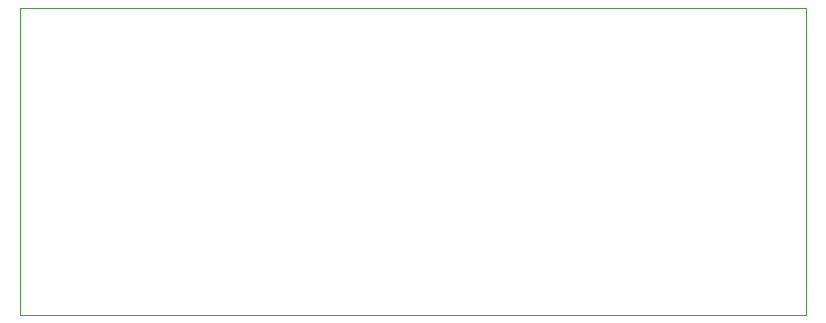
<source format=gbr>
G04 (created by PCBNEW (2013-07-07 BZR 4022)-stable) date 3/11/2014 9:35:09 AM*
%MOIN*%
G04 Gerber Fmt 3.4, Leading zero omitted, Abs format*
%FSLAX34Y34*%
G01*
G70*
G90*
G04 APERTURE LIST*
%ADD10C,0.00590551*%
%ADD11C,0.00393701*%
G04 APERTURE END LIST*
G54D10*
G54D11*
X0Y0D02*
X0Y-10236D01*
X26181Y0D02*
X0Y0D01*
X26181Y-10236D02*
X26181Y0D01*
X0Y-10236D02*
X26181Y-10236D01*
M02*

</source>
